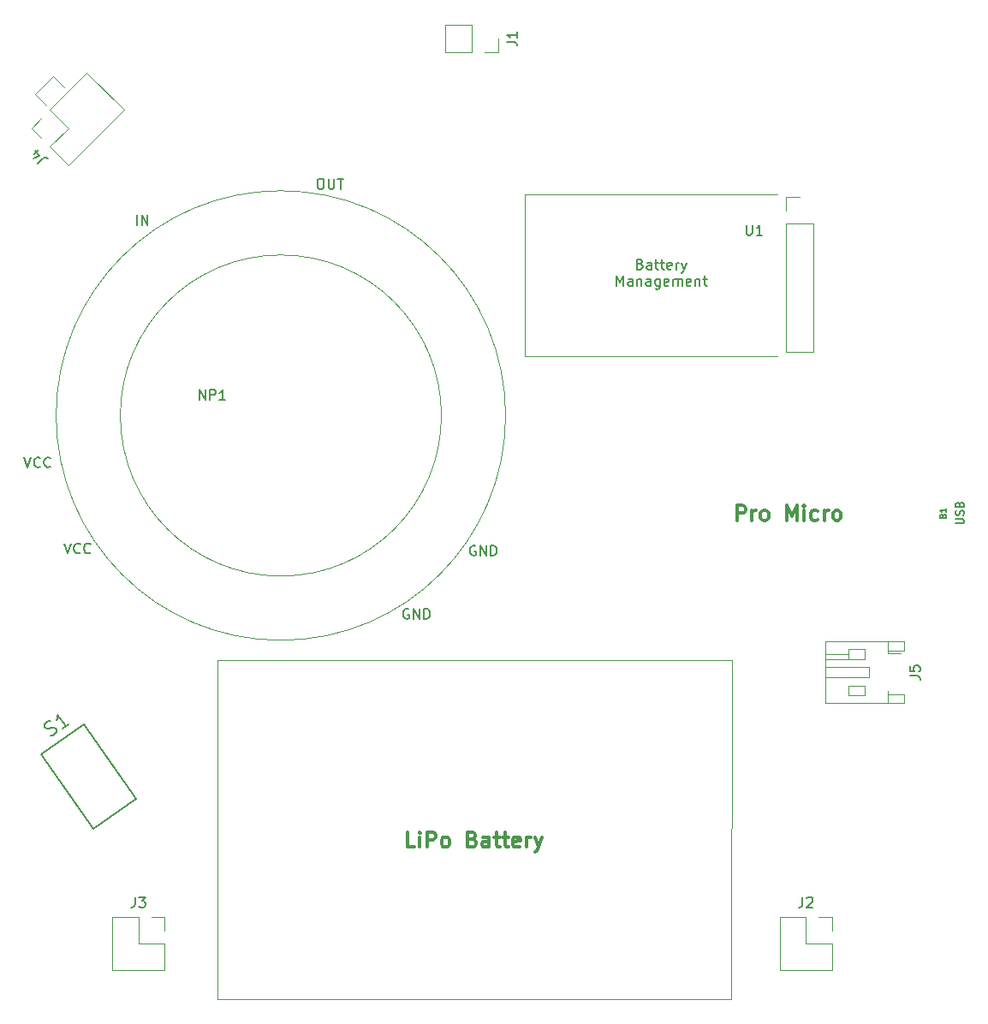
<source format=gbr>
%TF.GenerationSoftware,KiCad,Pcbnew,(6.0.7)*%
%TF.CreationDate,2022-08-23T13:49:22-07:00*%
%TF.ProjectId,DC31_Cnet_Badge_Rear,44433331-5f43-46e6-9574-5f4261646765,rev?*%
%TF.SameCoordinates,Original*%
%TF.FileFunction,Legend,Top*%
%TF.FilePolarity,Positive*%
%FSLAX46Y46*%
G04 Gerber Fmt 4.6, Leading zero omitted, Abs format (unit mm)*
G04 Created by KiCad (PCBNEW (6.0.7)) date 2022-08-23 13:49:22*
%MOMM*%
%LPD*%
G01*
G04 APERTURE LIST*
%ADD10C,0.150000*%
%ADD11C,0.300000*%
%ADD12C,0.127000*%
%ADD13C,0.152400*%
%ADD14C,0.025400*%
%ADD15C,0.120000*%
%ADD16C,0.203200*%
G04 APERTURE END LIST*
D10*
X116628571Y-75323571D02*
X116771428Y-75371190D01*
X116819047Y-75418809D01*
X116866666Y-75514047D01*
X116866666Y-75656904D01*
X116819047Y-75752142D01*
X116771428Y-75799761D01*
X116676190Y-75847380D01*
X116295238Y-75847380D01*
X116295238Y-74847380D01*
X116628571Y-74847380D01*
X116723809Y-74895000D01*
X116771428Y-74942619D01*
X116819047Y-75037857D01*
X116819047Y-75133095D01*
X116771428Y-75228333D01*
X116723809Y-75275952D01*
X116628571Y-75323571D01*
X116295238Y-75323571D01*
X117723809Y-75847380D02*
X117723809Y-75323571D01*
X117676190Y-75228333D01*
X117580952Y-75180714D01*
X117390476Y-75180714D01*
X117295238Y-75228333D01*
X117723809Y-75799761D02*
X117628571Y-75847380D01*
X117390476Y-75847380D01*
X117295238Y-75799761D01*
X117247619Y-75704523D01*
X117247619Y-75609285D01*
X117295238Y-75514047D01*
X117390476Y-75466428D01*
X117628571Y-75466428D01*
X117723809Y-75418809D01*
X118057142Y-75180714D02*
X118438095Y-75180714D01*
X118200000Y-74847380D02*
X118200000Y-75704523D01*
X118247619Y-75799761D01*
X118342857Y-75847380D01*
X118438095Y-75847380D01*
X118628571Y-75180714D02*
X119009523Y-75180714D01*
X118771428Y-74847380D02*
X118771428Y-75704523D01*
X118819047Y-75799761D01*
X118914285Y-75847380D01*
X119009523Y-75847380D01*
X119723809Y-75799761D02*
X119628571Y-75847380D01*
X119438095Y-75847380D01*
X119342857Y-75799761D01*
X119295238Y-75704523D01*
X119295238Y-75323571D01*
X119342857Y-75228333D01*
X119438095Y-75180714D01*
X119628571Y-75180714D01*
X119723809Y-75228333D01*
X119771428Y-75323571D01*
X119771428Y-75418809D01*
X119295238Y-75514047D01*
X120200000Y-75847380D02*
X120200000Y-75180714D01*
X120200000Y-75371190D02*
X120247619Y-75275952D01*
X120295238Y-75228333D01*
X120390476Y-75180714D01*
X120485714Y-75180714D01*
X120723809Y-75180714D02*
X120961904Y-75847380D01*
X121200000Y-75180714D02*
X120961904Y-75847380D01*
X120866666Y-76085476D01*
X120819047Y-76133095D01*
X120723809Y-76180714D01*
X114295238Y-77457380D02*
X114295238Y-76457380D01*
X114628571Y-77171666D01*
X114961904Y-76457380D01*
X114961904Y-77457380D01*
X115866666Y-77457380D02*
X115866666Y-76933571D01*
X115819047Y-76838333D01*
X115723809Y-76790714D01*
X115533333Y-76790714D01*
X115438095Y-76838333D01*
X115866666Y-77409761D02*
X115771428Y-77457380D01*
X115533333Y-77457380D01*
X115438095Y-77409761D01*
X115390476Y-77314523D01*
X115390476Y-77219285D01*
X115438095Y-77124047D01*
X115533333Y-77076428D01*
X115771428Y-77076428D01*
X115866666Y-77028809D01*
X116342857Y-76790714D02*
X116342857Y-77457380D01*
X116342857Y-76885952D02*
X116390476Y-76838333D01*
X116485714Y-76790714D01*
X116628571Y-76790714D01*
X116723809Y-76838333D01*
X116771428Y-76933571D01*
X116771428Y-77457380D01*
X117676190Y-77457380D02*
X117676190Y-76933571D01*
X117628571Y-76838333D01*
X117533333Y-76790714D01*
X117342857Y-76790714D01*
X117247619Y-76838333D01*
X117676190Y-77409761D02*
X117580952Y-77457380D01*
X117342857Y-77457380D01*
X117247619Y-77409761D01*
X117200000Y-77314523D01*
X117200000Y-77219285D01*
X117247619Y-77124047D01*
X117342857Y-77076428D01*
X117580952Y-77076428D01*
X117676190Y-77028809D01*
X118580952Y-76790714D02*
X118580952Y-77600238D01*
X118533333Y-77695476D01*
X118485714Y-77743095D01*
X118390476Y-77790714D01*
X118247619Y-77790714D01*
X118152380Y-77743095D01*
X118580952Y-77409761D02*
X118485714Y-77457380D01*
X118295238Y-77457380D01*
X118200000Y-77409761D01*
X118152380Y-77362142D01*
X118104761Y-77266904D01*
X118104761Y-76981190D01*
X118152380Y-76885952D01*
X118200000Y-76838333D01*
X118295238Y-76790714D01*
X118485714Y-76790714D01*
X118580952Y-76838333D01*
X119438095Y-77409761D02*
X119342857Y-77457380D01*
X119152380Y-77457380D01*
X119057142Y-77409761D01*
X119009523Y-77314523D01*
X119009523Y-76933571D01*
X119057142Y-76838333D01*
X119152380Y-76790714D01*
X119342857Y-76790714D01*
X119438095Y-76838333D01*
X119485714Y-76933571D01*
X119485714Y-77028809D01*
X119009523Y-77124047D01*
X119914285Y-77457380D02*
X119914285Y-76790714D01*
X119914285Y-76885952D02*
X119961904Y-76838333D01*
X120057142Y-76790714D01*
X120200000Y-76790714D01*
X120295238Y-76838333D01*
X120342857Y-76933571D01*
X120342857Y-77457380D01*
X120342857Y-76933571D02*
X120390476Y-76838333D01*
X120485714Y-76790714D01*
X120628571Y-76790714D01*
X120723809Y-76838333D01*
X120771428Y-76933571D01*
X120771428Y-77457380D01*
X121628571Y-77409761D02*
X121533333Y-77457380D01*
X121342857Y-77457380D01*
X121247619Y-77409761D01*
X121200000Y-77314523D01*
X121200000Y-76933571D01*
X121247619Y-76838333D01*
X121342857Y-76790714D01*
X121533333Y-76790714D01*
X121628571Y-76838333D01*
X121676190Y-76933571D01*
X121676190Y-77028809D01*
X121200000Y-77124047D01*
X122104761Y-76790714D02*
X122104761Y-77457380D01*
X122104761Y-76885952D02*
X122152380Y-76838333D01*
X122247619Y-76790714D01*
X122390476Y-76790714D01*
X122485714Y-76838333D01*
X122533333Y-76933571D01*
X122533333Y-77457380D01*
X122866666Y-76790714D02*
X123247619Y-76790714D01*
X123009523Y-76457380D02*
X123009523Y-77314523D01*
X123057142Y-77409761D01*
X123152380Y-77457380D01*
X123247619Y-77457380D01*
D11*
X126192857Y-100678571D02*
X126192857Y-99178571D01*
X126764285Y-99178571D01*
X126907142Y-99250000D01*
X126978571Y-99321428D01*
X127050000Y-99464285D01*
X127050000Y-99678571D01*
X126978571Y-99821428D01*
X126907142Y-99892857D01*
X126764285Y-99964285D01*
X126192857Y-99964285D01*
X127692857Y-100678571D02*
X127692857Y-99678571D01*
X127692857Y-99964285D02*
X127764285Y-99821428D01*
X127835714Y-99750000D01*
X127978571Y-99678571D01*
X128121428Y-99678571D01*
X128835714Y-100678571D02*
X128692857Y-100607142D01*
X128621428Y-100535714D01*
X128550000Y-100392857D01*
X128550000Y-99964285D01*
X128621428Y-99821428D01*
X128692857Y-99750000D01*
X128835714Y-99678571D01*
X129050000Y-99678571D01*
X129192857Y-99750000D01*
X129264285Y-99821428D01*
X129335714Y-99964285D01*
X129335714Y-100392857D01*
X129264285Y-100535714D01*
X129192857Y-100607142D01*
X129050000Y-100678571D01*
X128835714Y-100678571D01*
X131121428Y-100678571D02*
X131121428Y-99178571D01*
X131621428Y-100250000D01*
X132121428Y-99178571D01*
X132121428Y-100678571D01*
X132835714Y-100678571D02*
X132835714Y-99678571D01*
X132835714Y-99178571D02*
X132764285Y-99250000D01*
X132835714Y-99321428D01*
X132907142Y-99250000D01*
X132835714Y-99178571D01*
X132835714Y-99321428D01*
X134192857Y-100607142D02*
X134050000Y-100678571D01*
X133764285Y-100678571D01*
X133621428Y-100607142D01*
X133550000Y-100535714D01*
X133478571Y-100392857D01*
X133478571Y-99964285D01*
X133550000Y-99821428D01*
X133621428Y-99750000D01*
X133764285Y-99678571D01*
X134050000Y-99678571D01*
X134192857Y-99750000D01*
X134835714Y-100678571D02*
X134835714Y-99678571D01*
X134835714Y-99964285D02*
X134907142Y-99821428D01*
X134978571Y-99750000D01*
X135121428Y-99678571D01*
X135264285Y-99678571D01*
X135978571Y-100678571D02*
X135835714Y-100607142D01*
X135764285Y-100535714D01*
X135692857Y-100392857D01*
X135692857Y-99964285D01*
X135764285Y-99821428D01*
X135835714Y-99750000D01*
X135978571Y-99678571D01*
X136192857Y-99678571D01*
X136335714Y-99750000D01*
X136407142Y-99821428D01*
X136478571Y-99964285D01*
X136478571Y-100392857D01*
X136407142Y-100535714D01*
X136335714Y-100607142D01*
X136192857Y-100678571D01*
X135978571Y-100678571D01*
X94342857Y-132978571D02*
X93628571Y-132978571D01*
X93628571Y-131478571D01*
X94842857Y-132978571D02*
X94842857Y-131978571D01*
X94842857Y-131478571D02*
X94771428Y-131550000D01*
X94842857Y-131621428D01*
X94914285Y-131550000D01*
X94842857Y-131478571D01*
X94842857Y-131621428D01*
X95557142Y-132978571D02*
X95557142Y-131478571D01*
X96128571Y-131478571D01*
X96271428Y-131550000D01*
X96342857Y-131621428D01*
X96414285Y-131764285D01*
X96414285Y-131978571D01*
X96342857Y-132121428D01*
X96271428Y-132192857D01*
X96128571Y-132264285D01*
X95557142Y-132264285D01*
X97271428Y-132978571D02*
X97128571Y-132907142D01*
X97057142Y-132835714D01*
X96985714Y-132692857D01*
X96985714Y-132264285D01*
X97057142Y-132121428D01*
X97128571Y-132050000D01*
X97271428Y-131978571D01*
X97485714Y-131978571D01*
X97628571Y-132050000D01*
X97700000Y-132121428D01*
X97771428Y-132264285D01*
X97771428Y-132692857D01*
X97700000Y-132835714D01*
X97628571Y-132907142D01*
X97485714Y-132978571D01*
X97271428Y-132978571D01*
X100057142Y-132192857D02*
X100271428Y-132264285D01*
X100342857Y-132335714D01*
X100414285Y-132478571D01*
X100414285Y-132692857D01*
X100342857Y-132835714D01*
X100271428Y-132907142D01*
X100128571Y-132978571D01*
X99557142Y-132978571D01*
X99557142Y-131478571D01*
X100057142Y-131478571D01*
X100200000Y-131550000D01*
X100271428Y-131621428D01*
X100342857Y-131764285D01*
X100342857Y-131907142D01*
X100271428Y-132050000D01*
X100200000Y-132121428D01*
X100057142Y-132192857D01*
X99557142Y-132192857D01*
X101700000Y-132978571D02*
X101700000Y-132192857D01*
X101628571Y-132050000D01*
X101485714Y-131978571D01*
X101200000Y-131978571D01*
X101057142Y-132050000D01*
X101700000Y-132907142D02*
X101557142Y-132978571D01*
X101200000Y-132978571D01*
X101057142Y-132907142D01*
X100985714Y-132764285D01*
X100985714Y-132621428D01*
X101057142Y-132478571D01*
X101200000Y-132407142D01*
X101557142Y-132407142D01*
X101700000Y-132335714D01*
X102200000Y-131978571D02*
X102771428Y-131978571D01*
X102414285Y-131478571D02*
X102414285Y-132764285D01*
X102485714Y-132907142D01*
X102628571Y-132978571D01*
X102771428Y-132978571D01*
X103057142Y-131978571D02*
X103628571Y-131978571D01*
X103271428Y-131478571D02*
X103271428Y-132764285D01*
X103342857Y-132907142D01*
X103485714Y-132978571D01*
X103628571Y-132978571D01*
X104700000Y-132907142D02*
X104557142Y-132978571D01*
X104271428Y-132978571D01*
X104128571Y-132907142D01*
X104057142Y-132764285D01*
X104057142Y-132192857D01*
X104128571Y-132050000D01*
X104271428Y-131978571D01*
X104557142Y-131978571D01*
X104700000Y-132050000D01*
X104771428Y-132192857D01*
X104771428Y-132335714D01*
X104057142Y-132478571D01*
X105414285Y-132978571D02*
X105414285Y-131978571D01*
X105414285Y-132264285D02*
X105485714Y-132121428D01*
X105557142Y-132050000D01*
X105700000Y-131978571D01*
X105842857Y-131978571D01*
X106200000Y-131978571D02*
X106557142Y-132978571D01*
X106914285Y-131978571D02*
X106557142Y-132978571D01*
X106414285Y-133335714D01*
X106342857Y-133407142D01*
X106200000Y-133478571D01*
D12*
%TO.C,B1*%
X146561457Y-100246742D02*
X146590485Y-100159657D01*
X146619514Y-100130628D01*
X146677571Y-100101600D01*
X146764657Y-100101600D01*
X146822714Y-100130628D01*
X146851742Y-100159657D01*
X146880771Y-100217714D01*
X146880771Y-100449942D01*
X146271171Y-100449942D01*
X146271171Y-100246742D01*
X146300200Y-100188685D01*
X146329228Y-100159657D01*
X146387285Y-100130628D01*
X146445342Y-100130628D01*
X146503400Y-100159657D01*
X146532428Y-100188685D01*
X146561457Y-100246742D01*
X146561457Y-100449942D01*
X146880771Y-99521028D02*
X146880771Y-99869371D01*
X146880771Y-99695200D02*
X146271171Y-99695200D01*
X146358257Y-99753257D01*
X146416314Y-99811314D01*
X146445342Y-99869371D01*
D13*
X147836295Y-100974876D02*
X148494276Y-100974876D01*
X148571685Y-100936171D01*
X148610390Y-100897466D01*
X148649095Y-100820057D01*
X148649095Y-100665238D01*
X148610390Y-100587828D01*
X148571685Y-100549123D01*
X148494276Y-100510419D01*
X147836295Y-100510419D01*
X148610390Y-100162076D02*
X148649095Y-100045961D01*
X148649095Y-99852438D01*
X148610390Y-99775028D01*
X148571685Y-99736323D01*
X148494276Y-99697619D01*
X148416866Y-99697619D01*
X148339457Y-99736323D01*
X148300752Y-99775028D01*
X148262047Y-99852438D01*
X148223342Y-100007257D01*
X148184638Y-100084666D01*
X148145933Y-100123371D01*
X148068523Y-100162076D01*
X147991114Y-100162076D01*
X147913704Y-100123371D01*
X147875000Y-100084666D01*
X147836295Y-100007257D01*
X147836295Y-99813733D01*
X147875000Y-99697619D01*
X148223342Y-99078342D02*
X148262047Y-98962228D01*
X148300752Y-98923523D01*
X148378161Y-98884819D01*
X148494276Y-98884819D01*
X148571685Y-98923523D01*
X148610390Y-98962228D01*
X148649095Y-99039638D01*
X148649095Y-99349276D01*
X147836295Y-99349276D01*
X147836295Y-99078342D01*
X147875000Y-99000933D01*
X147913704Y-98962228D01*
X147991114Y-98923523D01*
X148068523Y-98923523D01*
X148145933Y-98962228D01*
X148184638Y-99000933D01*
X148223342Y-99078342D01*
X148223342Y-99349276D01*
D10*
%TO.C,NP1*%
X73038095Y-88752380D02*
X73038095Y-87752380D01*
X73609523Y-88752380D01*
X73609523Y-87752380D01*
X74085714Y-88752380D02*
X74085714Y-87752380D01*
X74466666Y-87752380D01*
X74561904Y-87800000D01*
X74609523Y-87847619D01*
X74657142Y-87942857D01*
X74657142Y-88085714D01*
X74609523Y-88180952D01*
X74561904Y-88228571D01*
X74466666Y-88276190D01*
X74085714Y-88276190D01*
X75609523Y-88752380D02*
X75038095Y-88752380D01*
X75323809Y-88752380D02*
X75323809Y-87752380D01*
X75228571Y-87895238D01*
X75133333Y-87990476D01*
X75038095Y-88038095D01*
X55726666Y-94442380D02*
X56060000Y-95442380D01*
X56393333Y-94442380D01*
X57298095Y-95347142D02*
X57250476Y-95394761D01*
X57107619Y-95442380D01*
X57012380Y-95442380D01*
X56869523Y-95394761D01*
X56774285Y-95299523D01*
X56726666Y-95204285D01*
X56679047Y-95013809D01*
X56679047Y-94870952D01*
X56726666Y-94680476D01*
X56774285Y-94585238D01*
X56869523Y-94490000D01*
X57012380Y-94442380D01*
X57107619Y-94442380D01*
X57250476Y-94490000D01*
X57298095Y-94537619D01*
X58298095Y-95347142D02*
X58250476Y-95394761D01*
X58107619Y-95442380D01*
X58012380Y-95442380D01*
X57869523Y-95394761D01*
X57774285Y-95299523D01*
X57726666Y-95204285D01*
X57679047Y-95013809D01*
X57679047Y-94870952D01*
X57726666Y-94680476D01*
X57774285Y-94585238D01*
X57869523Y-94490000D01*
X58012380Y-94442380D01*
X58107619Y-94442380D01*
X58250476Y-94490000D01*
X58298095Y-94537619D01*
X100348095Y-103210000D02*
X100252857Y-103162380D01*
X100110000Y-103162380D01*
X99967142Y-103210000D01*
X99871904Y-103305238D01*
X99824285Y-103400476D01*
X99776666Y-103590952D01*
X99776666Y-103733809D01*
X99824285Y-103924285D01*
X99871904Y-104019523D01*
X99967142Y-104114761D01*
X100110000Y-104162380D01*
X100205238Y-104162380D01*
X100348095Y-104114761D01*
X100395714Y-104067142D01*
X100395714Y-103733809D01*
X100205238Y-103733809D01*
X100824285Y-104162380D02*
X100824285Y-103162380D01*
X101395714Y-104162380D01*
X101395714Y-103162380D01*
X101871904Y-104162380D02*
X101871904Y-103162380D01*
X102110000Y-103162380D01*
X102252857Y-103210000D01*
X102348095Y-103305238D01*
X102395714Y-103400476D01*
X102443333Y-103590952D01*
X102443333Y-103733809D01*
X102395714Y-103924285D01*
X102348095Y-104019523D01*
X102252857Y-104114761D01*
X102110000Y-104162380D01*
X101871904Y-104162380D01*
X93748095Y-109440000D02*
X93652857Y-109392380D01*
X93510000Y-109392380D01*
X93367142Y-109440000D01*
X93271904Y-109535238D01*
X93224285Y-109630476D01*
X93176666Y-109820952D01*
X93176666Y-109963809D01*
X93224285Y-110154285D01*
X93271904Y-110249523D01*
X93367142Y-110344761D01*
X93510000Y-110392380D01*
X93605238Y-110392380D01*
X93748095Y-110344761D01*
X93795714Y-110297142D01*
X93795714Y-109963809D01*
X93605238Y-109963809D01*
X94224285Y-110392380D02*
X94224285Y-109392380D01*
X94795714Y-110392380D01*
X94795714Y-109392380D01*
X95271904Y-110392380D02*
X95271904Y-109392380D01*
X95510000Y-109392380D01*
X95652857Y-109440000D01*
X95748095Y-109535238D01*
X95795714Y-109630476D01*
X95843333Y-109820952D01*
X95843333Y-109963809D01*
X95795714Y-110154285D01*
X95748095Y-110249523D01*
X95652857Y-110344761D01*
X95510000Y-110392380D01*
X95271904Y-110392380D01*
X66866190Y-71472380D02*
X66866190Y-70472380D01*
X67342380Y-71472380D02*
X67342380Y-70472380D01*
X67913809Y-71472380D01*
X67913809Y-70472380D01*
X84940000Y-66882380D02*
X85130476Y-66882380D01*
X85225714Y-66930000D01*
X85320952Y-67025238D01*
X85368571Y-67215714D01*
X85368571Y-67549047D01*
X85320952Y-67739523D01*
X85225714Y-67834761D01*
X85130476Y-67882380D01*
X84940000Y-67882380D01*
X84844761Y-67834761D01*
X84749523Y-67739523D01*
X84701904Y-67549047D01*
X84701904Y-67215714D01*
X84749523Y-67025238D01*
X84844761Y-66930000D01*
X84940000Y-66882380D01*
X85797142Y-66882380D02*
X85797142Y-67691904D01*
X85844761Y-67787142D01*
X85892380Y-67834761D01*
X85987619Y-67882380D01*
X86178095Y-67882380D01*
X86273333Y-67834761D01*
X86320952Y-67787142D01*
X86368571Y-67691904D01*
X86368571Y-66882380D01*
X86701904Y-66882380D02*
X87273333Y-66882380D01*
X86987619Y-67882380D02*
X86987619Y-66882380D01*
X59686666Y-102942380D02*
X60020000Y-103942380D01*
X60353333Y-102942380D01*
X61258095Y-103847142D02*
X61210476Y-103894761D01*
X61067619Y-103942380D01*
X60972380Y-103942380D01*
X60829523Y-103894761D01*
X60734285Y-103799523D01*
X60686666Y-103704285D01*
X60639047Y-103513809D01*
X60639047Y-103370952D01*
X60686666Y-103180476D01*
X60734285Y-103085238D01*
X60829523Y-102990000D01*
X60972380Y-102942380D01*
X61067619Y-102942380D01*
X61210476Y-102990000D01*
X61258095Y-103037619D01*
X62258095Y-103847142D02*
X62210476Y-103894761D01*
X62067619Y-103942380D01*
X61972380Y-103942380D01*
X61829523Y-103894761D01*
X61734285Y-103799523D01*
X61686666Y-103704285D01*
X61639047Y-103513809D01*
X61639047Y-103370952D01*
X61686666Y-103180476D01*
X61734285Y-103085238D01*
X61829523Y-102990000D01*
X61972380Y-102942380D01*
X62067619Y-102942380D01*
X62210476Y-102990000D01*
X62258095Y-103037619D01*
%TO.C,J1*%
X103472380Y-53358333D02*
X104186666Y-53358333D01*
X104329523Y-53405952D01*
X104424761Y-53501190D01*
X104472380Y-53644047D01*
X104472380Y-53739285D01*
X104472380Y-52358333D02*
X104472380Y-52929761D01*
X104472380Y-52644047D02*
X103472380Y-52644047D01*
X103615238Y-52739285D01*
X103710476Y-52834523D01*
X103758095Y-52929761D01*
%TO.C,U1*%
X127138095Y-71452380D02*
X127138095Y-72261904D01*
X127185714Y-72357142D01*
X127233333Y-72404761D01*
X127328571Y-72452380D01*
X127519047Y-72452380D01*
X127614285Y-72404761D01*
X127661904Y-72357142D01*
X127709523Y-72261904D01*
X127709523Y-71452380D01*
X128709523Y-72452380D02*
X128138095Y-72452380D01*
X128423809Y-72452380D02*
X128423809Y-71452380D01*
X128328571Y-71595238D01*
X128233333Y-71690476D01*
X128138095Y-71738095D01*
%TO.C,J2*%
X132686666Y-137932380D02*
X132686666Y-138646666D01*
X132639047Y-138789523D01*
X132543809Y-138884761D01*
X132400952Y-138932380D01*
X132305714Y-138932380D01*
X133115238Y-138027619D02*
X133162857Y-137980000D01*
X133258095Y-137932380D01*
X133496190Y-137932380D01*
X133591428Y-137980000D01*
X133639047Y-138027619D01*
X133686666Y-138122857D01*
X133686666Y-138218095D01*
X133639047Y-138360952D01*
X133067619Y-138932380D01*
X133686666Y-138932380D01*
%TO.C,S1*%
X58351264Y-121976001D02*
X58553333Y-121915895D01*
X58826383Y-121724703D01*
X58897365Y-121593616D01*
X58913737Y-121500768D01*
X58891870Y-121353309D01*
X58815393Y-121244089D01*
X58684306Y-121173107D01*
X58591458Y-121156735D01*
X58443999Y-121178602D01*
X58187320Y-121276945D01*
X58039862Y-121298812D01*
X57947013Y-121282440D01*
X57815926Y-121211459D01*
X57739449Y-121102238D01*
X57717582Y-120954780D01*
X57733954Y-120861931D01*
X57804936Y-120730844D01*
X58077987Y-120539652D01*
X58280055Y-120479547D01*
X60137027Y-120806981D02*
X59481705Y-121265842D01*
X59809366Y-121036412D02*
X59006359Y-119889599D01*
X59011854Y-120129906D01*
X58979111Y-120315603D01*
X58908129Y-120446690D01*
%TO.C,J5*%
X143302380Y-116033333D02*
X144016666Y-116033333D01*
X144159523Y-116080952D01*
X144254761Y-116176190D01*
X144302380Y-116319047D01*
X144302380Y-116414285D01*
X143302380Y-115080952D02*
X143302380Y-115557142D01*
X143778571Y-115604761D01*
X143730952Y-115557142D01*
X143683333Y-115461904D01*
X143683333Y-115223809D01*
X143730952Y-115128571D01*
X143778571Y-115080952D01*
X143873809Y-115033333D01*
X144111904Y-115033333D01*
X144207142Y-115080952D01*
X144254761Y-115128571D01*
X144302380Y-115223809D01*
X144302380Y-115461904D01*
X144254761Y-115557142D01*
X144207142Y-115604761D01*
%TO.C,J4*%
X57090205Y-65352915D02*
X57595281Y-64847839D01*
X57729968Y-64780495D01*
X57864655Y-64780495D01*
X57999342Y-64847839D01*
X58066685Y-64915182D01*
X56686144Y-64477449D02*
X57157548Y-64006045D01*
X56585128Y-64915182D02*
X57258563Y-64578465D01*
X56820831Y-64140732D01*
%TO.C,J3*%
X66686666Y-137932380D02*
X66686666Y-138646666D01*
X66639047Y-138789523D01*
X66543809Y-138884761D01*
X66400952Y-138932380D01*
X66305714Y-138932380D01*
X67067619Y-137932380D02*
X67686666Y-137932380D01*
X67353333Y-138313333D01*
X67496190Y-138313333D01*
X67591428Y-138360952D01*
X67639047Y-138408571D01*
X67686666Y-138503809D01*
X67686666Y-138741904D01*
X67639047Y-138837142D01*
X67591428Y-138884761D01*
X67496190Y-138932380D01*
X67210476Y-138932380D01*
X67115238Y-138884761D01*
X67067619Y-138837142D01*
D14*
%TO.C,NP1*%
X103325000Y-90300000D02*
G75*
G03*
X103325000Y-90300000I-22225000J0D01*
G01*
X96975000Y-90300000D02*
G75*
G03*
X96975000Y-90300000I-15875000J0D01*
G01*
D15*
%TO.C,J1*%
X99980000Y-54355000D02*
X97380000Y-54355000D01*
X97380000Y-51695000D02*
X97380000Y-54355000D01*
X102580000Y-54355000D02*
X101250000Y-54355000D01*
X102580000Y-53025000D02*
X102580000Y-54355000D01*
X99980000Y-51695000D02*
X99980000Y-54355000D01*
X99980000Y-51695000D02*
X97380000Y-51695000D01*
%TO.C,U1*%
X133730000Y-71270000D02*
X133730000Y-84030000D01*
X131070000Y-84030000D02*
X133730000Y-84030000D01*
X131070000Y-71270000D02*
X131070000Y-84030000D01*
X105200000Y-68400000D02*
X105200000Y-84400000D01*
X131070000Y-71270000D02*
X133730000Y-71270000D01*
X130200000Y-68400000D02*
X105200000Y-68400000D01*
X131070000Y-70000000D02*
X131070000Y-68670000D01*
X131070000Y-68670000D02*
X132400000Y-68670000D01*
X105200000Y-84400000D02*
X130200000Y-84400000D01*
%TO.C,REF\u002A\u002A*%
X74800000Y-148000000D02*
X74800000Y-114500000D01*
X125600000Y-148000000D02*
X74800000Y-148000000D01*
X74900000Y-114500000D02*
X125700000Y-114500000D01*
X125700000Y-114500000D02*
X125600000Y-148000000D01*
%TO.C,J2*%
X135620000Y-139920000D02*
X135620000Y-141250000D01*
X133020000Y-139920000D02*
X133020000Y-142520000D01*
X133020000Y-142520000D02*
X135620000Y-142520000D01*
X130420000Y-139920000D02*
X130420000Y-145120000D01*
X134290000Y-139920000D02*
X135620000Y-139920000D01*
X130420000Y-139920000D02*
X133020000Y-139920000D01*
X130420000Y-145120000D02*
X135620000Y-145120000D01*
X135620000Y-142520000D02*
X135620000Y-145120000D01*
D16*
%TO.C,S1*%
X66810889Y-128194885D02*
X61648702Y-120822517D01*
X61648702Y-120822517D02*
X57389111Y-123805114D01*
X62551299Y-131177483D02*
X66810889Y-128194885D01*
X57389111Y-123805114D02*
X62551299Y-131177483D01*
D15*
%TO.C,J5*%
X137200000Y-118000000D02*
X137200000Y-117000000D01*
X138800000Y-113400000D02*
X137200000Y-113400000D01*
X137200000Y-114400000D02*
X138800000Y-114400000D01*
X134940000Y-118760000D02*
X142760000Y-118760000D01*
X141160000Y-112640000D02*
X141160000Y-113560000D01*
X138800000Y-118000000D02*
X137200000Y-118000000D01*
X141160000Y-113840000D02*
X142375000Y-113840000D01*
X142760000Y-117840000D02*
X141160000Y-117840000D01*
X139300000Y-116200000D02*
X134940000Y-116200000D01*
X137200000Y-113900000D02*
X134940000Y-113900000D01*
X142760000Y-112640000D02*
X134940000Y-112640000D01*
X134940000Y-112640000D02*
X134940000Y-118760000D01*
X141160000Y-117840000D02*
X141160000Y-117560000D01*
X141160000Y-113840000D02*
X141160000Y-113560000D01*
X142760000Y-113560000D02*
X142760000Y-112640000D01*
X137200000Y-114400000D02*
X134940000Y-114400000D01*
X139300000Y-115200000D02*
X139300000Y-116200000D01*
X137200000Y-113400000D02*
X137200000Y-114400000D01*
X142760000Y-118760000D02*
X142760000Y-117840000D01*
X138800000Y-114400000D02*
X138800000Y-113400000D01*
X141160000Y-118760000D02*
X141160000Y-117840000D01*
X138800000Y-117000000D02*
X138800000Y-118000000D01*
X137200000Y-117000000D02*
X138800000Y-117000000D01*
X134940000Y-115200000D02*
X139300000Y-115200000D01*
X141160000Y-113560000D02*
X142760000Y-113560000D01*
%TO.C,J4*%
X60098439Y-61873277D02*
X58259962Y-60034799D01*
X58259962Y-63711755D02*
X60098439Y-61873277D01*
X60098439Y-65550232D02*
X58259962Y-63711755D01*
X56421484Y-61873277D02*
X57361936Y-60932825D01*
X65571446Y-60077226D02*
X61894490Y-56400271D01*
X60098439Y-65550232D02*
X65571446Y-60077226D01*
X57361936Y-62813729D02*
X56421484Y-61873277D01*
X58259962Y-60034799D02*
X61894490Y-56400271D01*
X58585231Y-56782108D02*
X59645891Y-57842768D01*
X59645891Y-57842768D02*
X59645891Y-57842768D01*
X59645891Y-57842768D02*
X58585231Y-56782108D01*
X58585231Y-56782108D02*
X58585231Y-56782108D01*
X56817464Y-58549875D02*
X56817464Y-58549875D01*
X56817464Y-58549875D02*
X58585231Y-56782108D01*
X58585231Y-56782108D02*
X58585231Y-56782108D01*
X58585231Y-56782108D02*
X56817464Y-58549875D01*
X57878124Y-59610535D02*
X56817464Y-58549875D01*
X56817464Y-58549875D02*
X56817464Y-58549875D01*
X56817464Y-58549875D02*
X57878124Y-59610535D01*
X57878124Y-59610535D02*
X57878124Y-59610535D01*
%TO.C,J3*%
X64420000Y-139920000D02*
X67020000Y-139920000D01*
X67020000Y-139920000D02*
X67020000Y-142520000D01*
X69620000Y-142520000D02*
X69620000Y-145120000D01*
X64420000Y-139920000D02*
X64420000Y-145120000D01*
X68290000Y-139920000D02*
X69620000Y-139920000D01*
X67020000Y-142520000D02*
X69620000Y-142520000D01*
X69620000Y-139920000D02*
X69620000Y-141250000D01*
X64420000Y-145120000D02*
X69620000Y-145120000D01*
%TD*%
M02*

</source>
